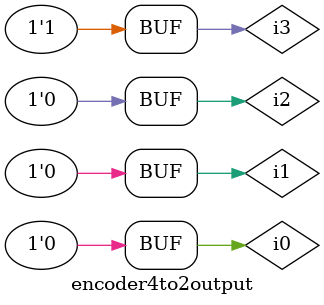
<source format=v>
`timescale 1ns / 1ps


module encoder4to2output;

	// Inputs
	reg i3;
	reg i2;
	reg i1;
	reg i0;

	// Outputs
	wire [1:0] y;

	// Instantiate the Unit Under Test (UUT)
	encoder4to2 uut (
		.i3(i3), 
		.i2(i2), 
		.i1(i1), 
		.i0(i0), 
		.y(y)
	);

	initial begin
		// Initialize Inputs
		i3 = 0;
		i2 = 0;
		i1 = 0;
		i0 = 1;

		// Wait 100 ns for global reset to finish
		#100;
        
		// Add stimulus here

		i3 = 0;
		i2 = 0;
		i1 = 1;
		i0 = 0;
		#100;
		i3 = 0;
		i2 = 1;
		i1 = 0;
		i0 = 0;
		#100;
		i3 = 1;
		i2 = 0;
		i1 = 0;
		i0 = 0;
		#100;


	end
      
endmodule


</source>
